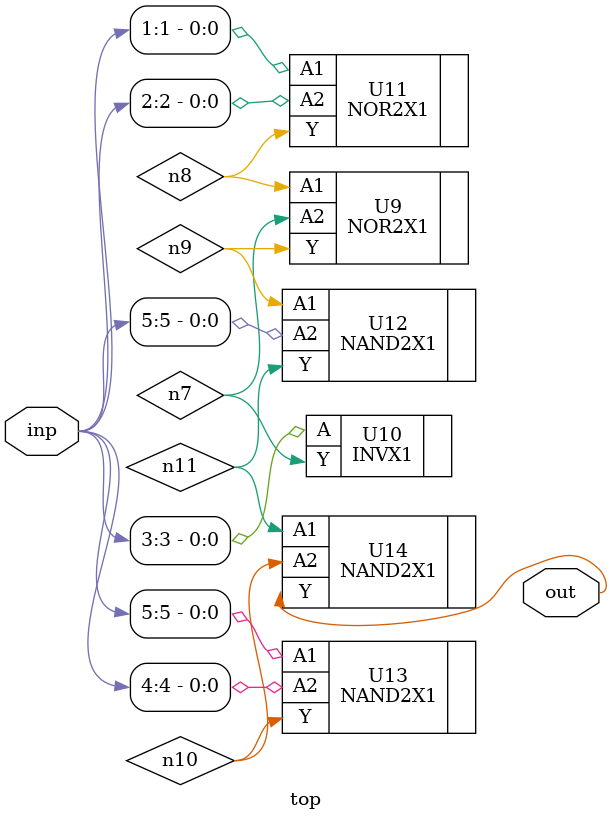
<source format=sv>


module top ( inp, out );
  input [5:0] inp;
  output out;
  wire   n7, n8, n9, n10, n11;

  NOR2X1 U9 ( .A1(n8), .A2(n7), .Y(n9) );
  INVX1 U10 ( .A(inp[3]), .Y(n7) );
  NOR2X1 U11 ( .A1(inp[1]), .A2(inp[2]), .Y(n8) );
  NAND2X1 U12 ( .A1(n9), .A2(inp[5]), .Y(n11) );
  NAND2X1 U13 ( .A1(inp[5]), .A2(inp[4]), .Y(n10) );
  NAND2X1 U14 ( .A1(n11), .A2(n10), .Y(out) );
endmodule


</source>
